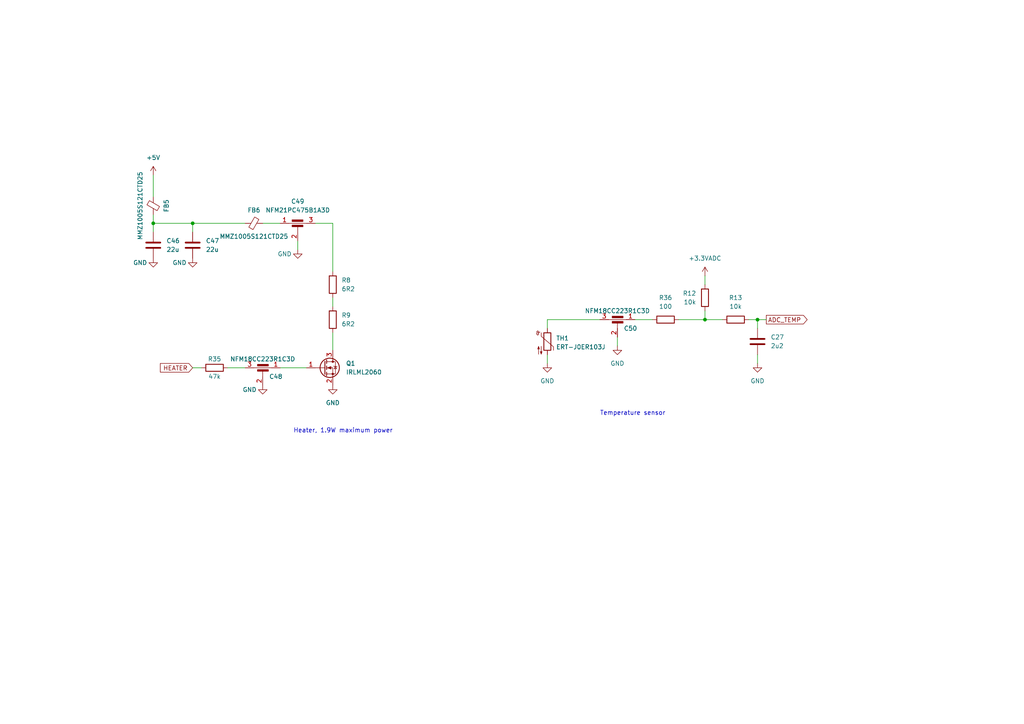
<source format=kicad_sch>
(kicad_sch (version 20231120) (generator "eeschema") (generator_version "8.0")
  (paper "A4")
  (title_block (title "LibreCAL") (date "2023-11-30") (rev "B"))
  (lib_symbols
    (symbol "Device:C" (pin_numbers hide) (pin_names (offset 0.254))
      (property "Reference" "C" (at 0.635 2.54 0))
      (property "Value" "C" (at 0.635 -2.54 0))
      (symbol "C_0_1"
        (polyline (pts (xy -2.032 -0.762) (xy 2.032 -0.762)) (stroke (width 0.508)))
        (polyline (pts (xy -2.032 0.762) (xy 2.032 0.762)) (stroke (width 0.508)))
      )
      (symbol "C_1_1"
        (pin passive line (at 0 3.81 270) (length 2.794) (name "~") (number "1"))
        (pin passive line (at 0 -3.81 90) (length 2.794) (name "~") (number "2"))
      )
    )
    (symbol "Device:C_Feedthrough" (pin_names (offset 0.254) hide)
      (property "Reference" "C" (at 0 7.62 0))
      (property "Value" "C_Feedthrough" (at 0 5.715 0))
      (symbol "C_Feedthrough_0_1"
        (rectangle (start -1.651 1.524) (end 1.524 2.032) (fill (type outline)))
        (polyline (pts (xy -2.54 2.54) (xy 2.54 2.54)))
        (polyline (pts (xy 0 0) (xy 0 1.778)))
        (rectangle (start 1.524 3.048) (end -1.651 3.556) (fill (type outline)))
      )
      (symbol "C_Feedthrough_1_1"
        (pin passive line (at -5.08 2.54 0) (length 2.54) (name "1") (number "1"))
        (pin passive line (at 0 -2.54 90) (length 2.54) (name "2") (number "2"))
        (pin passive line (at 5.08 2.54 180) (length 2.54) (name "3") (number "3"))
      )
    )
    (symbol "Device:FerriteBead_Small" (pin_numbers hide) (pin_names (offset 0))
      (property "Reference" "FB" (at 1.905 1.27 0))
      (property "Value" "FerriteBead_Small" (at 1.905 -1.27 0))
      (symbol "FerriteBead_Small_0_1"
        (polyline (pts (xy 0 -1.27) (xy 0 -0.7874)))
        (polyline (pts (xy 0 0.889) (xy 0 1.2954)))
        (polyline (pts (xy -1.8288 0.2794) (xy -1.1176 1.4986) (xy 1.8288 -0.2032) (xy 1.1176 -1.4224) (xy -1.8288 0.2794)))
      )
      (symbol "FerriteBead_Small_1_1"
        (pin passive line (at 0 2.54 270) (length 1.27) (name "~") (number "1"))
        (pin passive line (at 0 -2.54 90) (length 1.27) (name "~") (number "2"))
      )
    )
    (symbol "Device:R" (pin_numbers hide) (pin_names (offset 0))
      (property "Reference" "R" (at 2.032 0 90))
      (property "Value" "R" (at 0 0 90))
      (symbol "R_0_1"
        (rectangle (start -1.016 -2.54) (end 1.016 2.54) (stroke (width 0.254)))
      )
      (symbol "R_1_1"
        (pin passive line (at 0 3.81 270) (length 1.27) (name "~") (number "1"))
        (pin passive line (at 0 -3.81 90) (length 1.27) (name "~") (number "2"))
      )
    )
    (symbol "Device:Thermistor_NTC" (pin_numbers hide) (pin_names (offset 0))
      (property "Reference" "TH" (at -4.445 0 90))
      (property "Value" "Thermistor_NTC" (at 3.175 0 90))
      (symbol "Thermistor_NTC_0_1"
        (arc (start -3.048 2.159) (mid -3.0495 2.3143) (end -3.175 2.413))
        (arc (start -3.048 2.159) (mid -2.9736 1.9794) (end -2.794 1.905))
        (arc (start -3.048 2.794) (mid -2.9736 2.6144) (end -2.794 2.54))
        (arc (start -2.794 1.905) (mid -2.6144 1.9794) (end -2.54 2.159))
        (arc (start -2.794 2.54) (mid -2.4393 2.5587) (end -2.159 2.794))
        (arc (start -2.794 3.048) (mid -2.9736 2.9736) (end -3.048 2.794))
        (arc (start -2.54 2.794) (mid -2.6144 2.9736) (end -2.794 3.048))
        (rectangle (start -1.016 2.54) (end 1.016 -2.54) (stroke (width 0.254)))
        (polyline (pts (xy -2.54 2.159) (xy -2.54 2.794)))
        (polyline (pts (xy -1.778 2.54) (xy -1.778 1.524) (xy 1.778 -1.524) (xy 1.778 -2.54)))
        (polyline (pts (xy -2.54 -3.683) (xy -2.54 -1.397) (xy -2.794 -2.159) (xy -2.286 -2.159) (xy -2.54 -1.397) (xy -2.54 -1.651)) (fill (type outline)))
        (polyline (pts (xy -1.778 -1.397) (xy -1.778 -3.683) (xy -2.032 -2.921) (xy -1.524 -2.921) (xy -1.778 -3.683) (xy -1.778 -3.429)) (fill (type outline)))
      )
      (symbol "Thermistor_NTC_1_1"
        (pin passive line (at 0 3.81 270) (length 1.27) (name "~") (number "1"))
        (pin passive line (at 0 -3.81 90) (length 1.27) (name "~") (number "2"))
      )
    )
    (symbol "Transistor_FET:IRLML2060" (pin_names hide)
      (property "Reference" "Q" (at 5.08 1.905 0))
      (property "Value" "IRLML2060" (at 5.08 0 0))
      (symbol "IRLML2060_0_1"
        (polyline (pts (xy 0.254 0) (xy -2.54 0)))
        (polyline (pts (xy 0.254 1.905) (xy 0.254 -1.905)) (stroke (width 0.254)))
        (polyline (pts (xy 0.762 -1.27) (xy 0.762 -2.286)) (stroke (width 0.254)))
        (polyline (pts (xy 0.762 0.508) (xy 0.762 -0.508)) (stroke (width 0.254)))
        (polyline (pts (xy 0.762 2.286) (xy 0.762 1.27)) (stroke (width 0.254)))
        (polyline (pts (xy 2.54 2.54) (xy 2.54 1.778)))
        (polyline (pts (xy 2.54 -2.54) (xy 2.54 0) (xy 0.762 0)))
        (polyline (pts (xy 0.762 -1.778) (xy 3.302 -1.778) (xy 3.302 1.778) (xy 0.762 1.778)))
        (polyline (pts (xy 1.016 0) (xy 2.032 0.381) (xy 2.032 -0.381) (xy 1.016 0)) (fill (type outline)))
        (polyline (pts (xy 2.794 0.508) (xy 2.921 0.381) (xy 3.683 0.381) (xy 3.81 0.254)))
        (polyline (pts (xy 3.302 0.381) (xy 2.921 -0.254) (xy 3.683 -0.254) (xy 3.302 0.381)))
        (circle (center 1.651 0) (radius 2.794) (stroke (width 0.254)))
        (circle (center 2.54 -1.778) (radius 0.254) (fill (type outline)))
        (circle (center 2.54 1.778) (radius 0.254) (fill (type outline)))
      )
      (symbol "IRLML2060_1_1"
        (pin input line (at -5.08 0 0) (length 2.54) (name "G") (number "1"))
        (pin passive line (at 2.54 -5.08 90) (length 2.54) (name "S") (number "2"))
        (pin passive line (at 2.54 5.08 270) (length 2.54) (name "D") (number "3"))
      )
    )
    (symbol "power:+3.3VADC" (power) (pin_names (offset 0))
      (property "Value" "+3.3VADC" (at 0 2.54 0))
      (symbol "+3.3VADC_0_0"
        (pin power_in line (at 0 0 90) (length 0) hide (name "+3.3VADC") (number "1"))
      )
      (symbol "+3.3VADC_0_1"
        (polyline (pts (xy -0.762 1.27) (xy 0 2.54)))
        (polyline (pts (xy 0 0) (xy 0 2.54)))
        (polyline (pts (xy 0 2.54) (xy 0.762 1.27)))
      )
    )
    (symbol "power:+5V" (power) (pin_names (offset 0))
      (property "Value" "+5V" (at 0 3.556 0))
      (symbol "+5V_0_1"
        (polyline (pts (xy -0.762 1.27) (xy 0 2.54)))
        (polyline (pts (xy 0 0) (xy 0 2.54)))
        (polyline (pts (xy 0 2.54) (xy 0.762 1.27)))
      )
      (symbol "+5V_1_1"
        (pin power_in line (at 0 0 90) (length 0) hide (name "+5V") (number "1"))
      )
    )
    (symbol "power:GND" (power) (pin_names (offset 0))
      (property "Value" "GND" (at 0 -3.81 0))
      (symbol "GND_0_1"
        (polyline (pts (xy 0 0) (xy 0 -1.27) (xy 1.27 -1.27) (xy 0 -2.54) (xy -1.27 -1.27) (xy 0 -1.27)))
      )
      (symbol "GND_1_1"
        (pin power_in line (at 0 0 270) (length 0) hide (name "GND") (number "1"))
      )
    )
  )
  (junction (at 55.88 64.77))
  (junction (at 219.71 92.71))
  (junction (at 44.45 64.77))
  (junction (at 204.47 92.71))
  (wire (pts (xy 158.75 102.87) (xy 158.75 105.41)))
  (wire (pts (xy 86.36 69.85) (xy 86.36 72.39)))
  (wire (pts (xy 91.44 64.77) (xy 96.52 64.77)))
  (wire (pts (xy 96.52 64.77) (xy 96.52 78.74)))
  (wire (pts (xy 204.47 90.17) (xy 204.47 92.71)))
  (wire (pts (xy 44.45 50.8) (xy 44.45 57.15)))
  (wire (pts (xy 55.88 64.77) (xy 55.88 67.31)))
  (wire (pts (xy 204.47 80.01) (xy 204.47 82.55)))
  (wire (pts (xy 76.2 64.77) (xy 81.28 64.77)))
  (wire (pts (xy 219.71 92.71) (xy 219.71 95.25)))
  (wire (pts (xy 158.75 92.71) (xy 173.99 92.71)))
  (wire (pts (xy 81.28 106.68) (xy 88.9 106.68)))
  (wire (pts (xy 219.71 92.71) (xy 222.25 92.71)))
  (wire (pts (xy 71.12 106.68) (xy 66.04 106.68)))
  (wire (pts (xy 179.07 97.79) (xy 179.07 100.33)))
  (wire (pts (xy 184.15 92.71) (xy 189.23 92.71)))
  (wire (pts (xy 204.47 92.71) (xy 209.55 92.71)))
  (wire (pts (xy 55.88 106.68) (xy 58.42 106.68)))
  (wire (pts (xy 55.88 64.77) (xy 44.45 64.77)))
  (wire (pts (xy 196.85 92.71) (xy 204.47 92.71)))
  (wire (pts (xy 44.45 64.77) (xy 44.45 67.31)))
  (wire (pts (xy 71.12 64.77) (xy 55.88 64.77)))
  (wire (pts (xy 44.45 64.77) (xy 44.45 62.23)))
  (wire (pts (xy 96.52 96.52) (xy 96.52 101.6)))
  (wire (pts (xy 158.75 92.71) (xy 158.75 95.25)))
  (wire (pts (xy 96.52 86.36) (xy 96.52 88.9)))
  (wire (pts (xy 219.71 102.87) (xy 219.71 105.41)))
  (wire (pts (xy 217.17 92.71) (xy 219.71 92.71)))
  (text "Temperature sensor" (at 173.99 120.65 0) (effects (font (size 1.27 1.27)) (justify left bottom)))
  (text "Heater, 1.9W maximum power" (at 85.09 125.73 0) (effects (font (size 1.27 1.27)) (justify left bottom)))
  (global_label "ADC_TEMP" (shape output) (at 222.25 92.71 0) (property "Intersheetrefs" "${INTERSHEET_REFS}" (effects (hide yes))))
  (global_label "HEATER" (shape input) (at 55.88 106.68 180) (property "Intersheetrefs" "${INTERSHEET_REFS}" (effects (hide yes))))
  (symbol (lib_id "power:GND") (at 55.88 74.93 0) (unit 1)
    (property "Reference" "#PWR0118" (effects (hide yes)))
    (property "Value" "GND" (at 52.07 76.2 0))
  )
  (symbol (lib_id "power:GND") (at 96.52 111.76 0) (unit 1)
    (property "Reference" "#PWR076" (effects (hide yes)))
    (property "Value" "GND" (at 96.52 116.84 0))
  )
  (symbol (lib_id "power:GND") (at 44.45 74.93 0) (unit 1)
    (property "Reference" "#PWR0117" (effects (hide yes)))
    (property "Value" "GND" (at 40.64 76.2 0))
  )
  (symbol (lib_id "Device:R") (at 213.36 92.71 90) (mirror x) (unit 1)
    (property "Reference" "R13" (at 213.36 86.36 90))
    (property "Value" "10k" (at 213.36 88.9 90))
    (property "Footprint" "Resistor_SMD:R_0402_1005Metric" (effects (hide yes)))
    (property "LCSC_Part" "C723353" (effects (hide yes)))
  )
  (symbol (lib_id "Device:C_Feedthrough") (at 76.2 109.22 0) (mirror y) (unit 1)
    (property "Reference" "C48" (at 80.01 109.22 0))
    (property "Value" "NFM18CC223R1C3D" (at 76.2 104.14 0))
    (property "Footprint" "LibreCAL:NFM18CC" (effects (hide yes)))
    (property "LCSC_Part" "C98102" (effects (hide yes)))
  )
  (symbol (lib_id "power:+5V") (at 44.45 50.8 0) (unit 1)
    (property "Reference" "#PWR0116" (effects (hide yes)))
    (property "Value" "+5V" (at 44.45 45.72 0))
  )
  (symbol (lib_id "Device:FerriteBead_Small") (at 44.45 59.69 0) (unit 1)
    (property "Reference" "FB5" (at 48.26 59.69 90))
    (property "Value" "MMZ1005S121CTD25" (at 40.64 59.69 90))
    (property "Footprint" "Inductor_SMD:L_0402_1005Metric" (effects (hide yes)))
    (property "LCSC_Part" "C404693" (effects (hide yes)))
  )
  (symbol (lib_id "Device:R") (at 204.47 86.36 0) (mirror y) (unit 1)
    (property "Reference" "R12" (at 201.93 85.0899 0) (effects (justify left)))
    (property "Value" "10k" (at 201.93 87.6299 0) (effects (justify left)))
    (property "Footprint" "Resistor_SMD:R_0402_1005Metric" (effects (hide yes)))
    (property "LCSC_Part" "C723353" (effects (hide yes)))
  )
  (symbol (lib_id "power:GND") (at 179.07 100.33 0) (unit 1)
    (property "Reference" "#PWR0121" (effects (hide yes)))
    (property "Value" "GND" (at 179.07 105.41 0))
  )
  (symbol (lib_id "power:GND") (at 76.2 111.76 0) (unit 1)
    (property "Reference" "#PWR0119" (effects (hide yes)))
    (property "Value" "GND" (at 72.39 113.03 0))
  )
  (symbol (lib_id "Device:FerriteBead_Small") (at 73.66 64.77 90) (unit 1)
    (property "Reference" "FB6" (at 73.66 60.96 90))
    (property "Value" "MMZ1005S121CTD25" (at 73.66 68.58 90))
    (property "Footprint" "Inductor_SMD:L_0402_1005Metric" (effects (hide yes)))
    (property "LCSC_Part" "C404693" (effects (hide yes)))
  )
  (symbol (lib_id "Device:R") (at 96.52 92.71 0) (unit 1)
    (property "Reference" "R9" (at 99.06 91.4399 0) (effects (justify left)))
    (property "Value" "6R2" (at 99.06 93.9799 0) (effects (justify left)))
    (property "Footprint" "Resistor_SMD:R_2512_6332Metric" (effects (hide yes)))
    (property "LCSC_Part" "C147196" (effects (hide yes)))
  )
  (symbol (lib_id "Device:R") (at 193.04 92.71 90) (mirror x) (unit 1)
    (property "Reference" "R36" (at 193.04 86.36 90))
    (property "Value" "100" (at 193.04 88.9 90))
    (property "Footprint" "Resistor_SMD:R_0402_1005Metric" (effects (hide yes)))
    (property "LCSC_Part" "C25076" (effects (hide yes)))
  )
  (symbol (lib_id "Device:C") (at 219.71 99.06 0) (unit 1)
    (property "Reference" "C27" (at 223.52 97.7899 0) (effects (justify left)))
    (property "Value" "2u2" (at 223.52 100.3299 0) (effects (justify left)))
    (property "Footprint" "Capacitor_SMD:C_0402_1005Metric" (effects (hide yes)))
    (property "LCSC_Part" "C307418" (effects (hide yes)))
  )
  (symbol (lib_id "power:GND") (at 158.75 105.41 0) (unit 1)
    (property "Reference" "#PWR079" (effects (hide yes)))
    (property "Value" "GND" (at 158.75 110.49 0))
  )
  (symbol (lib_id "power:GND") (at 86.36 72.39 0) (unit 1)
    (property "Reference" "#PWR0120" (effects (hide yes)))
    (property "Value" "GND" (at 82.55 73.66 0))
  )
  (symbol (lib_id "Device:C") (at 44.45 71.12 0) (unit 1)
    (property "Reference" "C46" (at 48.26 69.8499 0) (effects (justify left)))
    (property "Value" "22u" (at 48.26 72.3899 0) (effects (justify left)))
    (property "Footprint" "Capacitor_SMD:C_0805_2012Metric" (effects (hide yes)))
    (property "LCSC_Part" "C45783" (effects (hide yes)))
  )
  (symbol (lib_id "Device:R") (at 96.52 82.55 0) (unit 1)
    (property "Reference" "R8" (at 99.06 81.2799 0) (effects (justify left)))
    (property "Value" "6R2" (at 99.06 83.8199 0) (effects (justify left)))
    (property "Footprint" "Resistor_SMD:R_2512_6332Metric" (effects (hide yes)))
    (property "LCSC_Part" "C147196" (effects (hide yes)))
  )
  (symbol (lib_id "Device:C_Feedthrough") (at 179.07 95.25 0) (mirror y) (unit 1)
    (property "Reference" "C50" (at 182.88 95.25 0))
    (property "Value" "NFM18CC223R1C3D" (at 179.07 90.17 0))
    (property "Footprint" "LibreCAL:NFM18CC" (effects (hide yes)))
    (property "LCSC_Part" "C98102" (effects (hide yes)))
  )
  (symbol (lib_id "Device:C") (at 55.88 71.12 0) (unit 1)
    (property "Reference" "C47" (at 59.69 69.8499 0) (effects (justify left)))
    (property "Value" "22u" (at 59.69 72.3899 0) (effects (justify left)))
    (property "Footprint" "Capacitor_SMD:C_0805_2012Metric" (effects (hide yes)))
    (property "LCSC_Part" "C45783" (effects (hide yes)))
  )
  (symbol (lib_id "power:GND") (at 219.71 105.41 0) (unit 1)
    (property "Reference" "#PWR080" (effects (hide yes)))
    (property "Value" "GND" (at 219.71 110.49 0))
  )
  (symbol (lib_id "Device:C_Feedthrough") (at 86.36 67.31 0) (unit 1)
    (property "Reference" "C49" (at 86.36 58.42 0))
    (property "Value" "NFM21PC475B1A3D" (at 86.36 60.96 0))
    (property "Footprint" "LibreCAL:NFM21PC" (effects (hide yes)))
    (property "LCSC_Part" "C96293" (effects (hide yes)))
  )
  (symbol (lib_id "power:+3.3VADC") (at 204.47 80.01 0) (unit 1)
    (property "Reference" "#PWR078" (effects (hide yes)))
    (property "Value" "+3.3VADC" (at 204.47 74.93 0))
  )
  (symbol (lib_id "Device:R") (at 62.23 106.68 90) (unit 1)
    (property "Reference" "R35" (at 62.23 104.14 90))
    (property "Value" "47k" (at 62.23 109.22 90))
    (property "Footprint" "Resistor_SMD:R_0402_1005Metric" (effects (hide yes)))
    (property "LCSC_Part" "C144757" (effects (hide yes)))
  )
  (symbol (lib_id "Device:Thermistor_NTC") (at 158.75 99.06 0) (unit 1)
    (property "Reference" "TH1" (at 161.29 98.1074 0) (effects (justify left)))
    (property "Value" "ERT-J0ER103J" (at 161.29 100.6474 0) (effects (justify left)))
    (property "Footprint" "Resistor_SMD:R_0402_1005Metric" (effects (hide yes)))
    (property "LCSC_Part" "C153027" (effects (hide yes)))
  )
  (symbol (lib_id "Transistor_FET:IRLML2060") (at 93.98 106.68 0) (unit 1)
    (property "Reference" "Q1" (at 100.33 105.4099 0) (effects (justify left)))
    (property "Value" "IRLML2060" (at 100.33 107.9499 0) (effects (justify left)))
    (property "Footprint" "Package_TO_SOT_SMD:SOT-23" (effects (hide yes)))
    (property "Datasheet" "https://www.infineon.com/dgdl/irlml2060pbf.pdf?fileId=5546d462533600a401535664b7fb25ee" (effects (hide yes)))
    (property "LCSC_Part" "C67275" (effects (hide yes)))
  )
)
</source>
